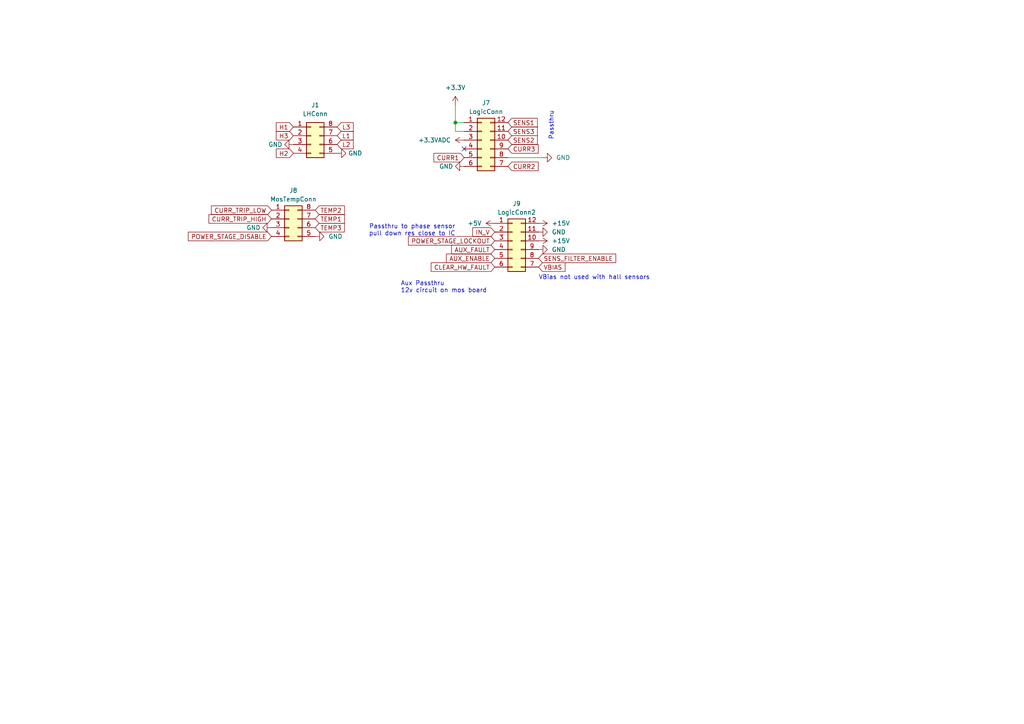
<source format=kicad_sch>
(kicad_sch (version 20230121) (generator eeschema)
  (paper "A4")
  (lib_symbols
    (symbol "Connector_Generic:Conn_02x04_Counter_Clockwise" (pin_names (offset 1.016) hide)
      (property "Reference" "J" (at 1.27 5.08 0))
      (property "Value" "Conn_02x04_Counter_Clockwise" (at 1.27 -7.62 0))
      (symbol "Conn_02x04_Counter_Clockwise_1_1"
        (rectangle (start -1.27 -4.953) (end 0 -5.207) (stroke (width 0.1524)))
        (rectangle (start -1.27 -2.413) (end 0 -2.667) (stroke (width 0.1524)))
        (rectangle (start -1.27 0.127) (end 0 -0.127) (stroke (width 0.1524)))
        (rectangle (start -1.27 2.667) (end 0 2.413) (stroke (width 0.1524)))
        (rectangle (start -1.27 3.81) (end 3.81 -6.35) (stroke (width 0.254)) (fill (type background)))
        (rectangle (start 3.81 -4.953) (end 2.54 -5.207) (stroke (width 0.1524)))
        (rectangle (start 3.81 -2.413) (end 2.54 -2.667) (stroke (width 0.1524)))
        (rectangle (start 3.81 0.127) (end 2.54 -0.127) (stroke (width 0.1524)))
        (rectangle (start 3.81 2.667) (end 2.54 2.413) (stroke (width 0.1524)))
        (pin passive line (at -5.08 2.54 0) (length 3.81) (name "Pin_1") (number "1"))
        (pin passive line (at -5.08 0 0) (length 3.81) (name "Pin_2") (number "2"))
        (pin passive line (at -5.08 -2.54 0) (length 3.81) (name "Pin_3") (number "3"))
        (pin passive line (at -5.08 -5.08 0) (length 3.81) (name "Pin_4") (number "4"))
        (pin passive line (at 7.62 -5.08 180) (length 3.81) (name "Pin_5") (number "5"))
        (pin passive line (at 7.62 -2.54 180) (length 3.81) (name "Pin_6") (number "6"))
        (pin passive line (at 7.62 0 180) (length 3.81) (name "Pin_7") (number "7"))
        (pin passive line (at 7.62 2.54 180) (length 3.81) (name "Pin_8") (number "8"))
      )
    )
    (symbol "Connector_Generic:Conn_02x06_Counter_Clockwise" (pin_names (offset 1.016) hide)
      (property "Reference" "J" (at 1.27 7.62 0))
      (property "Value" "Conn_02x06_Counter_Clockwise" (at 1.27 -10.16 0))
      (symbol "Conn_02x06_Counter_Clockwise_1_1"
        (rectangle (start -1.27 -7.493) (end 0 -7.747) (stroke (width 0.1524)))
        (rectangle (start -1.27 -4.953) (end 0 -5.207) (stroke (width 0.1524)))
        (rectangle (start -1.27 -2.413) (end 0 -2.667) (stroke (width 0.1524)))
        (rectangle (start -1.27 0.127) (end 0 -0.127) (stroke (width 0.1524)))
        (rectangle (start -1.27 2.667) (end 0 2.413) (stroke (width 0.1524)))
        (rectangle (start -1.27 5.207) (end 0 4.953) (stroke (width 0.1524)))
        (rectangle (start -1.27 6.35) (end 3.81 -8.89) (stroke (width 0.254)) (fill (type background)))
        (rectangle (start 3.81 -7.493) (end 2.54 -7.747) (stroke (width 0.1524)))
        (rectangle (start 3.81 -4.953) (end 2.54 -5.207) (stroke (width 0.1524)))
        (rectangle (start 3.81 -2.413) (end 2.54 -2.667) (stroke (width 0.1524)))
        (rectangle (start 3.81 0.127) (end 2.54 -0.127) (stroke (width 0.1524)))
        (rectangle (start 3.81 2.667) (end 2.54 2.413) (stroke (width 0.1524)))
        (rectangle (start 3.81 5.207) (end 2.54 4.953) (stroke (width 0.1524)))
        (pin passive line (at -5.08 5.08 0) (length 3.81) (name "Pin_1") (number "1"))
        (pin passive line (at 7.62 0 180) (length 3.81) (name "Pin_10") (number "10"))
        (pin passive line (at 7.62 2.54 180) (length 3.81) (name "Pin_11") (number "11"))
        (pin passive line (at 7.62 5.08 180) (length 3.81) (name "Pin_12") (number "12"))
        (pin passive line (at -5.08 2.54 0) (length 3.81) (name "Pin_2") (number "2"))
        (pin passive line (at -5.08 0 0) (length 3.81) (name "Pin_3") (number "3"))
        (pin passive line (at -5.08 -2.54 0) (length 3.81) (name "Pin_4") (number "4"))
        (pin passive line (at -5.08 -5.08 0) (length 3.81) (name "Pin_5") (number "5"))
        (pin passive line (at -5.08 -7.62 0) (length 3.81) (name "Pin_6") (number "6"))
        (pin passive line (at 7.62 -7.62 180) (length 3.81) (name "Pin_7") (number "7"))
        (pin passive line (at 7.62 -5.08 180) (length 3.81) (name "Pin_8") (number "8"))
        (pin passive line (at 7.62 -2.54 180) (length 3.81) (name "Pin_9") (number "9"))
      )
    )
    (symbol "power:+15V" (power) (pin_names (offset 0))
      (property "Value" "+15V" (at 0 3.556 0))
      (symbol "+15V_0_1"
        (polyline (pts (xy -0.762 1.27) (xy 0 2.54)))
        (polyline (pts (xy 0 0) (xy 0 2.54)))
        (polyline (pts (xy 0 2.54) (xy 0.762 1.27)))
      )
      (symbol "+15V_1_1"
        (pin power_in line (at 0 0 90) (length 0) hide (name "+15V") (number "1"))
      )
    )
    (symbol "power:+3.3V" (power) (pin_names (offset 0))
      (property "Value" "+3.3V" (at 0 3.556 0))
      (symbol "+3.3V_0_1"
        (polyline (pts (xy -0.762 1.27) (xy 0 2.54)))
        (polyline (pts (xy 0 0) (xy 0 2.54)))
        (polyline (pts (xy 0 2.54) (xy 0.762 1.27)))
      )
      (symbol "+3.3V_1_1"
        (pin power_in line (at 0 0 90) (length 0) hide (name "+3.3V") (number "1"))
      )
    )
    (symbol "power:+3.3VADC" (power) (pin_names (offset 0))
      (property "Value" "+3.3VADC" (at 0 2.54 0))
      (symbol "+3.3VADC_0_0"
        (pin power_in line (at 0 0 90) (length 0) hide (name "+3.3VADC") (number "1"))
      )
      (symbol "+3.3VADC_0_1"
        (polyline (pts (xy -0.762 1.27) (xy 0 2.54)))
        (polyline (pts (xy 0 0) (xy 0 2.54)))
        (polyline (pts (xy 0 2.54) (xy 0.762 1.27)))
      )
    )
    (symbol "power:+5V" (power) (pin_names (offset 0))
      (property "Value" "+5V" (at 0 3.556 0))
      (symbol "+5V_0_1"
        (polyline (pts (xy -0.762 1.27) (xy 0 2.54)))
        (polyline (pts (xy 0 0) (xy 0 2.54)))
        (polyline (pts (xy 0 2.54) (xy 0.762 1.27)))
      )
      (symbol "+5V_1_1"
        (pin power_in line (at 0 0 90) (length 0) hide (name "+5V") (number "1"))
      )
    )
    (symbol "power:GND" (power) (pin_names (offset 0))
      (property "Value" "GND" (at 0 -3.81 0))
      (symbol "GND_0_1"
        (polyline (pts (xy 0 0) (xy 0 -1.27) (xy 1.27 -1.27) (xy 0 -2.54) (xy -1.27 -1.27) (xy 0 -1.27)))
      )
      (symbol "GND_1_1"
        (pin power_in line (at 0 0 270) (length 0) hide (name "GND") (number "1"))
      )
    )
  )
  (junction (at 132.08 35.56))
  (no_connect (at 134.62 43.18))
  (wire (pts (xy 132.08 35.56) (xy 134.62 35.56)))
  (wire (pts (xy 132.08 30.48) (xy 132.08 35.56)))
  (wire (pts (xy 147.32 45.72) (xy 157.48 45.72)))
  (wire (pts (xy 134.62 38.1) (xy 132.08 38.1)))
  (wire (pts (xy 132.08 38.1) (xy 132.08 35.56)))
  (text "Passthru" (at 160.655 40.64 90) (effects (font (size 1.27 1.27)) (justify left bottom)))
  (text "Aux Passthru\n12v circuit on mos board\n" (at 116.205 85.09 0) (effects (font (size 1.27 1.27)) (justify left bottom)))
  (text "Passthru to phase sensor\npull down res close to IC" (at 132.08 68.58 0) (effects (font (size 1.27 1.27)) (justify right bottom)))
  (text "VBias not used with hall sensors" (at 156.21 81.28 0) (effects (font (size 1.27 1.27)) (justify left bottom)))
  (global_label "L3" (shape input) (at 97.79 36.83 0) (property "Intersheetrefs" "${INTERSHEET_REFS}" (effects hide)))
  (global_label "POWER_STAGE_DISABLE" (shape input) (at 78.74 68.58 180) (property "Intersheetrefs" "${INTERSHEET_REFS}" (effects hide)))
  (global_label "CLEAR_HW_FAULT" (shape input) (at 143.51 77.47 180) (property "Intersheetrefs" "${INTERSHEET_REFS}" (effects hide)))
  (global_label "SENS3" (shape input) (at 147.32 38.1 0) (property "Intersheetrefs" "${INTERSHEET_REFS}" (effects hide)))
  (global_label "VBIAS" (shape input) (at 156.21 77.47 0) (property "Intersheetrefs" "${INTERSHEET_REFS}" (effects hide)))
  (global_label "CURR3" (shape input) (at 147.32 43.18 0) (property "Intersheetrefs" "${INTERSHEET_REFS}" (effects hide)))
  (global_label "TEMP1" (shape input) (at 91.44 63.5 0) (property "Intersheetrefs" "${INTERSHEET_REFS}" (effects hide)))
  (global_label "H2" (shape input) (at 85.09 44.45 180) (property "Intersheetrefs" "${INTERSHEET_REFS}" (effects hide)))
  (global_label "TEMP3" (shape input) (at 91.44 66.04 0) (property "Intersheetrefs" "${INTERSHEET_REFS}" (effects hide)))
  (global_label "AUX_FAULT" (shape input) (at 143.51 72.39 180) (property "Intersheetrefs" "${INTERSHEET_REFS}" (effects hide)))
  (global_label "SENS2" (shape input) (at 147.32 40.64 0) (property "Intersheetrefs" "${INTERSHEET_REFS}" (effects hide)))
  (global_label "CURR2" (shape input) (at 147.32 48.26 0) (property "Intersheetrefs" "${INTERSHEET_REFS}" (effects hide)))
  (global_label "POWER_STAGE_LOCKOUT" (shape input) (at 143.51 69.85 180) (property "Intersheetrefs" "${INTERSHEET_REFS}" (effects hide)))
  (global_label "L2" (shape input) (at 97.79 41.91 0) (property "Intersheetrefs" "${INTERSHEET_REFS}" (effects hide)))
  (global_label "SENS_FILTER_ENABLE" (shape input) (at 156.21 74.93 0) (property "Intersheetrefs" "${INTERSHEET_REFS}" (effects hide)))
  (global_label "L1" (shape input) (at 97.79 39.37 0) (property "Intersheetrefs" "${INTERSHEET_REFS}" (effects hide)))
  (global_label "CURR_TRIP_HIGH" (shape input) (at 78.74 63.5 180) (property "Intersheetrefs" "${INTERSHEET_REFS}" (effects hide)))
  (global_label "SENS1" (shape input) (at 147.32 35.56 0) (property "Intersheetrefs" "${INTERSHEET_REFS}" (effects hide)))
  (global_label "CURR1" (shape input) (at 134.62 45.72 180) (property "Intersheetrefs" "${INTERSHEET_REFS}" (effects hide)))
  (global_label "IN_V" (shape input) (at 143.51 67.31 180) (property "Intersheetrefs" "${INTERSHEET_REFS}" (effects hide)))
  (global_label "H1" (shape input) (at 85.09 36.83 180) (property "Intersheetrefs" "${INTERSHEET_REFS}" (effects hide)))
  (global_label "TEMP2" (shape input) (at 91.44 60.96 0) (property "Intersheetrefs" "${INTERSHEET_REFS}" (effects hide)))
  (global_label "CURR_TRIP_LOW" (shape input) (at 78.74 60.96 180) (property "Intersheetrefs" "${INTERSHEET_REFS}" (effects hide)))
  (global_label "H3" (shape input) (at 85.09 39.37 180) (property "Intersheetrefs" "${INTERSHEET_REFS}" (effects hide)))
  (global_label "AUX_ENABLE" (shape input) (at 143.51 74.93 180) (property "Intersheetrefs" "${INTERSHEET_REFS}" (effects hide)))
  (symbol (lib_id "power:GND") (at 157.48 45.72 90) (unit 1)
    (property "Reference" "#PWR061" (effects hide))
    (property "Value" "GND" (at 161.29 45.72 90) (effects (justify right)))
    (instances (project "GigaVescDrivers" (path "" (reference "#PWR061") (unit 1)) (path "" (reference "#PWR067") (unit 1))))
  )
  (symbol (lib_id "Connector_Generic:Conn_02x04_Counter_Clockwise") (at 83.82 63.5 0) (unit 1)
    (property "Reference" "J8" (at 85.09 55.245 0))
    (property "Value" "MosTempConn" (at 85.09 57.785 0))
    (property "Footprint" "Connector_PinSocket_2.54mm:PinSocket_2x04_P2.54mm_Vertical" (effects hide))
    (property "MPN" "C2977588" (effects hide))
  )
  (symbol (lib_id "power:+3.3V") (at 132.08 30.48 0) (unit 1)
    (property "Reference" "#PWR060" (effects hide))
    (property "Value" "+3.3V" (at 132.08 25.4 0))
  )
  (symbol (lib_id "power:GND") (at 156.21 72.39 90) (unit 1)
    (property "Reference" "#PWR061" (effects hide))
    (property "Value" "GND" (at 160.02 72.39 90) (effects (justify right)))
    (instances (project "GigaVescDrivers" (path "" (reference "#PWR061") (unit 1)) (path "" (reference "#PWR073") (unit 1))))
  )
  (symbol (lib_id "power:GND") (at 97.79 44.45 90) (unit 1)
    (property "Reference" "#PWR061" (effects hide))
    (property "Value" "GND" (at 100.965 44.45 90) (effects (justify right)))
    (instances (project "GigaVescDrivers" (path "" (reference "#PWR061") (unit 1)) (path "" (reference "#PWR069") (unit 1))))
  )
  (symbol (lib_id "power:+3.3VADC") (at 134.62 40.64 90) (unit 1)
    (property "Reference" "#PWR07" (effects hide))
    (property "Value" "+3.3VADC" (at 130.81 40.64 90) (effects (justify left)))
  )
  (symbol (lib_id "Connector_Generic:Conn_02x04_Counter_Clockwise") (at 90.17 39.37 0) (unit 1)
    (property "Reference" "J1" (at 91.44 30.48 0))
    (property "Value" "LHConn" (at 91.44 33.02 0))
    (property "Footprint" "Connector_PinSocket_2.54mm:PinSocket_2x04_P2.54mm_Vertical" (effects hide))
    (property "MPN" "C2977588" (effects hide))
  )
  (symbol (lib_id "power:+5V") (at 143.51 64.77 90) (unit 1)
    (property "Reference" "#PWR062" (effects hide))
    (property "Value" "+5V" (at 139.7 64.77 90) (effects (justify left)))
  )
  (symbol (lib_id "power:GND") (at 85.09 41.91 270) (unit 1)
    (property "Reference" "#PWR061" (effects hide))
    (property "Value" "GND" (at 81.915 41.91 90) (effects (justify right)))
    (instances (project "GigaVescDrivers" (path "" (reference "#PWR061") (unit 1)) (path "" (reference "#PWR070") (unit 1))))
  )
  (symbol (lib_id "Connector_Generic:Conn_02x06_Counter_Clockwise") (at 139.7 40.64 0) (unit 1)
    (property "Reference" "J7" (at 140.97 29.845 0))
    (property "Value" "LogicConn" (at 140.97 32.385 0))
    (property "Footprint" "Connector_PinSocket_2.54mm:PinSocket_2x06_P2.54mm_Vertical" (effects hide))
    (property "MPN" "C541855" (effects hide))
  )
  (symbol (lib_id "power:+15V") (at 156.21 64.77 270) (unit 1)
    (property "Reference" "#PWR059" (effects hide))
    (property "Value" "+15V" (at 160.02 64.77 90) (effects (justify left)))
  )
  (symbol (lib_id "power:GND") (at 134.62 48.26 270) (unit 1)
    (property "Reference" "#PWR061" (effects hide))
    (property "Value" "GND" (at 131.445 48.26 90) (effects (justify right)))
    (instances (project "GigaVescDrivers" (path "" (reference "#PWR061") (unit 1)) (path "" (reference "#PWR068") (unit 1))))
  )
  (symbol (lib_id "power:GND") (at 156.21 67.31 90) (unit 1)
    (property "Reference" "#PWR061" (effects hide))
    (property "Value" "GND" (at 160.02 67.31 90) (effects (justify right)))
    (instances (project "GigaVescDrivers" (path "" (reference "#PWR061") (unit 1)) (path "" (reference "#PWR072") (unit 1))))
  )
  (symbol (lib_id "Connector_Generic:Conn_02x06_Counter_Clockwise") (at 148.59 69.85 0) (unit 1)
    (property "Reference" "J9" (at 149.86 59.055 0))
    (property "Value" "LogicConn2" (at 149.86 61.595 0))
    (property "Footprint" "Connector_PinSocket_2.54mm:PinSocket_2x06_P2.54mm_Vertical" (effects hide))
    (property "MPN" "C541855" (effects hide))
  )
  (symbol (lib_id "power:GND") (at 91.44 68.58 90) (unit 1)
    (property "Reference" "#PWR061" (effects hide))
    (property "Value" "GND" (at 95.25 68.58 90) (effects (justify right)))
  )
  (symbol (lib_id "power:+15V") (at 156.21 69.85 270) (unit 1)
    (property "Reference" "#PWR059" (effects hide))
    (property "Value" "+15V" (at 160.02 69.85 90) (effects (justify left)))
    (instances (project "GigaVescDrivers" (path "" (reference "#PWR059") (unit 1)) (path "" (reference "#PWR09") (unit 1))))
  )
  (symbol (lib_id "power:GND") (at 78.74 66.04 270) (unit 1)
    (property "Reference" "#PWR061" (effects hide))
    (property "Value" "GND" (at 75.565 66.04 90) (effects (justify right)))
    (instances (project "GigaVescDrivers" (path "" (reference "#PWR061") (unit 1)) (path "" (reference "#PWR071") (unit 1))))
  )
)
</source>
